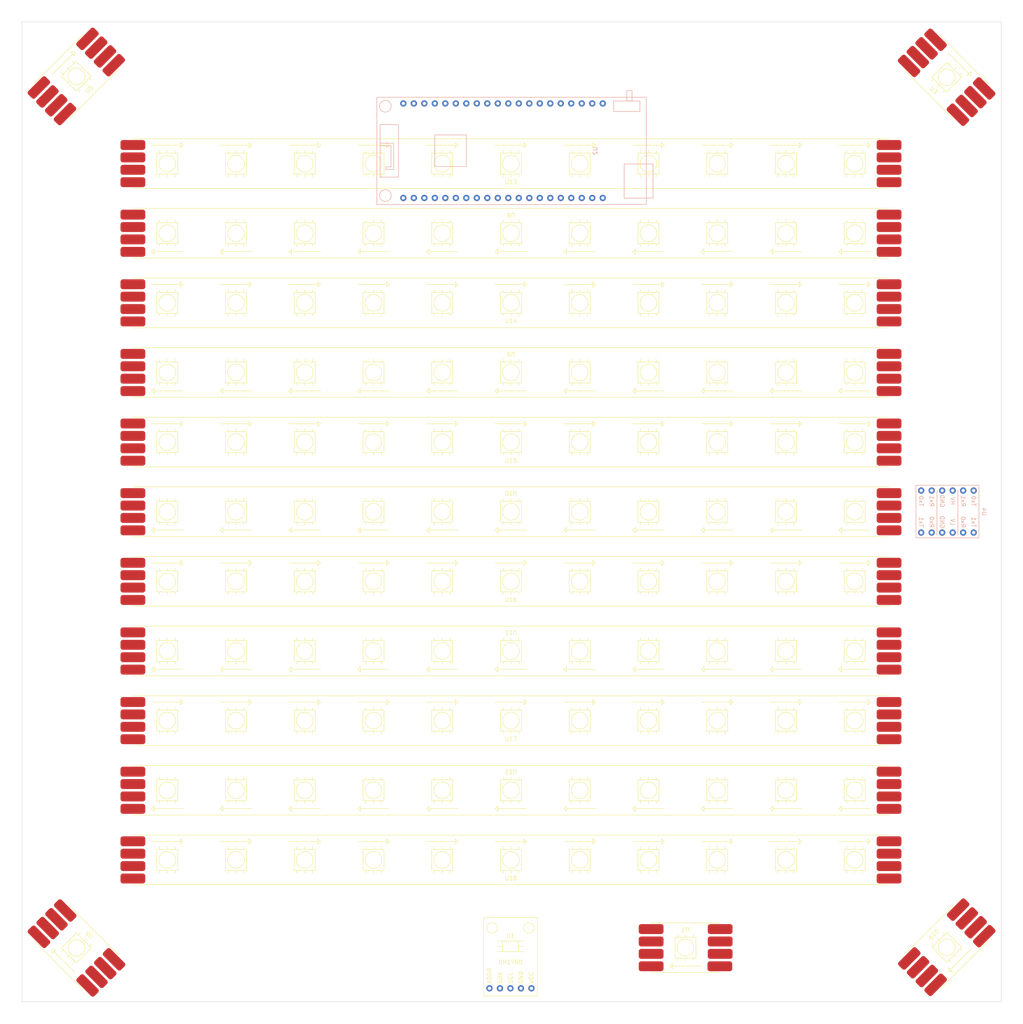
<source format=kicad_pcb>
(kicad_pcb (version 20211014) (generator pcbnew)
  (layers (0 "F.Cu" signal) (31 "B.Cu" signal) (34 "B.Paste" user) (35 "F.Paste" user) (36 "B.SilkS" user "B.Silkscreen") (37 "F.SilkS" user "F.Silkscreen") (38 "B.Mask" user) (39 "F.Mask" user) (44 "Edge.Cuts" user))
  (net 0 "")
  (net 38 "Net-(U3-PadCI)")
  (net 40 "Net-(U3-PadDI)")
  (net 49 "Net-(U5-PadCI)")
  (net 50 "Net-(U5-PadDI)")
  (net 51 "Net-(U6-PadCI)")
  (net 52 "Net-(U6-PadDI)")
  (net 53 "Net-(U19-PadCO)")
  (net 54 "Net-(U19-PadDO)")
  (net 55 "Net-(U18-PadCO)")
  (net 56 "Net-(U18-PadDO)")
  (net 57 "5V")
  (net 58 "GND")
  (net 59 "Net-(U1-PadSCL)")
  (net 60 "Net-(U1-PadSDA)")
  (net 61 "+5V")
  (net 62 "DI")
  (net 63 "CI")
  (net 64 "Net-(U13-PadCO)")
  (net 65 "Net-(U14-PadCI)")
  (net 66 "Net-(U13-PadDO)")
  (net 67 "Net-(U14-PadDI)")
  (net 68 "Net-(U14-PadCO)")
  (net 69 "Net-(U15-PadCI)")
  (net 70 "Net-(U14-PadDO)")
  (net 71 "Net-(U15-PadDI)")
  (net 72 "Net-(U10-PadCI)")
  (net 73 "Net-(U10-PadCO)")
  (net 74 "Net-(U10-PadDI)")
  (net 75 "Net-(U10-PadDO)")
  (net 76 "Net-(U11-PadCI)")
  (net 77 "Net-(U11-PadCO)")
  (net 78 "Net-(U11-PadDI)")
  (net 79 "Net-(U11-PadDO)")
  (net 80 "Net-(U12-PadCI)")
  (net 81 "Net-(U12-PadCO)")
  (net 82 "Net-(U12-PadDI)")
  (net 83 "Net-(U12-PadDO)")
  (footprint "WordClock Footprint Library:BTF-5V-060L-B SK9822 LED Strip - 11 Segment" (layer "F.Cu") (at 160.1886 183.20678 180)
    (fp_text reference "U11" (at 0 4.445 180 unlocked) (layer "F.SilkS"))
    (fp_text value "BTF-5V-060L-B_SK9822_LED_Strip_-_11_LED")
    (pad "5V_1" smd roundrect locked (at -91.5 4.5 180) (size 6 2.4) (layers "F.Cu" "F.Paste" "F.Mask") (net 61 "+5V"))
    (pad "5V_2" smd roundrect locked (at 91.5 4.5 180) (size 6 2.4) (layers "F.Cu" "F.Paste" "F.Mask"))
    (pad "CI" smd roundrect locked (at -91.5 -1.5 180) (size 6 2.4) (layers "F.Cu" "F.Paste" "F.Mask") (net 76 "Net-(U11-PadCI)"))
    (pad "CO" smd roundrect locked (at 91.5 -1.5 180) (size 6 2.4) (layers "F.Cu" "F.Paste" "F.Mask") (net 77 "Net-(U11-PadCO)"))
    (pad "DI" smd roundrect locked (at -91.5 1.5 180) (size 6 2.4) (layers "F.Cu" "F.Paste" "F.Mask") (net 78 "Net-(U11-PadDI)"))
    (pad "DO" smd roundrect locked (at 91.5 1.5 180) (size 6 2.4) (layers "F.Cu" "F.Paste" "F.Mask") (net 79 "Net-(U11-PadDO)"))
    (pad "GND_1" smd roundrect locked (at -91.5 -4.5 180) (size 6 2.4) (layers "F.Cu" "F.Paste" "F.Mask") (net 58 "GND"))
    (pad "GND_2" smd roundrect locked (at 91.5 -4.5 180) (size 6 2.4) (layers "F.Cu" "F.Paste" "F.Mask") (net 58 "GND"))
  )
  (footprint "WordClock Footprint Library:BTF-5V-060L-B SK9822 LED Strip - 1 Segment" (layer "F.Cu") (at 55.0164 255.0414 135)
    (fp_text reference "U6" (at 0 4.445001 135 unlocked) (layer "F.SilkS"))
    (fp_text value "BTF-5V-060L-B_SK9822_LED_Strip_-_1_LED")
    (pad "5V_1" smd roundrect locked (at -8.382 4.5 135) (size 6 2.4) (layers "F.Cu" "F.Paste" "F.Mask") (net 61 "+5V"))
    (pad "5V_2" smd roundrect locked (at 8.318 4.5 135) (size 6 2.4) (layers "F.Cu" "F.Paste" "F.Mask") (net 61 "+5V"))
    (pad "CI" smd roundrect locked (at -8.382 -1.5 135) (size 6 2.4) (layers "F.Cu" "F.Paste" "F.Mask") (net 51 "Net-(U6-PadCI)"))
    (pad "CO" smd roundrect locked (at 8.318 -1.5 135) (size 6 2.4) (layers "F.Cu" "F.Paste" "F.Mask") (net 49 "Net-(U5-PadCI)"))
    (pad "DI" smd roundrect locked (at -8.382 1.5 135) (size 6 2.4) (layers "F.Cu" "F.Paste" "F.Mask") (net 52 "Net-(U6-PadDI)"))
    (pad "DO" smd roundrect locked (at 8.318 1.5 135) (size 6 2.4) (layers "F.Cu" "F.Paste" "F.Mask") (net 50 "Net-(U5-PadDI)"))
    (pad "GND_1" smd roundrect locked (at -8.318 -4.5 135) (size 6 2.4) (layers "F.Cu" "F.Paste" "F.Mask") (net 58 "GND"))
    (pad "GND_2" smd roundrect locked (at 8.318 -4.5 135) (size 6 2.4) (layers "F.Cu" "F.Paste" "F.Mask") (net 58 "GND"))
  )
  (footprint "WordClock Footprint Library:BTF-5V-060L-B SK9822 LED Strip - 1 Segment" (layer "F.Cu") (at 265.640534 44.420495 -45)
    (fp_text reference "U3" (at 0 4.445001 -45 unlocked) (layer "F.SilkS"))
    (fp_text value "BTF-5V-060L-B_SK9822_LED_Strip_-_1_LED")
    (pad "5V_1" smd roundrect locked (at -8.382 4.5 315) (size 6 2.4) (layers "F.Cu" "F.Paste" "F.Mask") (net 61 "+5V"))
    (pad "5V_2" smd roundrect locked (at 8.318 4.5 315) (size 6 2.4) (layers "F.Cu" "F.Paste" "F.Mask") (net 57 "5V"))
    (pad "CI" smd roundrect locked (at -8.382 -1.5 315) (size 6 2.4) (layers "F.Cu" "F.Paste" "F.Mask") (net 38 "Net-(U3-PadCI)"))
    (pad "CO" smd roundrect locked (at 8.318 -1.5 315) (size 6 2.4) (layers "F.Cu" "F.Paste" "F.Mask"))
    (pad "DI" smd roundrect locked (at -8.382 1.5 315) (size 6 2.4) (layers "F.Cu" "F.Paste" "F.Mask") (net 40 "Net-(U3-PadDI)"))
    (pad "DO" smd roundrect locked (at 8.318 1.5 315) (size 6 2.4) (layers "F.Cu" "F.Paste" "F.Mask"))
    (pad "GND_1" smd roundrect locked (at -8.318 -4.5 315) (size 6 2.4) (layers "F.Cu" "F.Paste" "F.Mask") (net 58 "GND"))
    (pad "GND_2" smd roundrect locked (at 8.318 -4.5 315) (size 6 2.4) (layers "F.Cu" "F.Paste" "F.Mask") (net 58 "GND"))
  )
  (footprint "WordClock Footprint Library:BTF-5V-060L-B SK9822 LED Strip - 11 Segment" (layer "F.Cu") (at 160.1886 149.5213 180)
    (fp_text reference "U10" (at 0 4.445 180 unlocked) (layer "F.SilkS"))
    (fp_text value "BTF-5V-060L-B_SK9822_LED_Strip_-_11_LED")
    (pad "5V_1" smd roundrect locked (at -91.5 4.5 180) (size 6 2.4) (layers "F.Cu" "F.Paste" "F.Mask") (net 61 "+5V"))
    (pad "5V_2" smd roundrect locked (at 91.5 4.5 180) (size 6 2.4) (layers "F.Cu" "F.Paste" "F.Mask"))
    (pad "CI" smd roundrect locked (at -91.5 -1.5 180) (size 6 2.4) (layers "F.Cu" "F.Paste" "F.Mask") (net 72 "Net-(U10-PadCI)"))
    (pad "CO" smd roundrect locked (at 91.5 -1.5 180) (size 6 2.4) (layers "F.Cu" "F.Paste" "F.Mask") (net 73 "Net-(U10-PadCO)"))
    (pad "DI" smd roundrect locked (at -91.5 1.5 180) (size 6 2.4) (layers "F.Cu" "F.Paste" "F.Mask") (net 74 "Net-(U10-PadDI)"))
    (pad "DO" smd roundrect locked (at 91.5 1.5 180) (size 6 2.4) (layers "F.Cu" "F.Paste" "F.Mask") (net 75 "Net-(U10-PadDO)"))
    (pad "GND_1" smd roundrect locked (at -91.5 -4.5 180) (size 6 2.4) (layers "F.Cu" "F.Paste" "F.Mask") (net 58 "GND"))
    (pad "GND_2" smd roundrect locked (at 91.5 -4.5 180) (size 6 2.4) (layers "F.Cu" "F.Paste" "F.Mask") (net 58 "GND"))
  )
  (footprint "WordClock Footprint Library:BTF-5V-060L-B SK9822 LED Strip - 1 Segment" (layer "F.Cu") (at 202.4258 254.9694 180)
    (fp_text reference "U7" (at 0 4.445 180 unlocked) (layer "F.SilkS"))
    (fp_text value "BTF-5V-060L-B_SK9822_LED_Strip_-_1_LED")
    (pad "5V_1" smd roundrect locked (at -8.382 4.5 180) (size 6 2.4) (layers "F.Cu" "F.Paste" "F.Mask") (net 61 "+5V"))
    (pad "5V_2" smd roundrect locked (at 8.318 4.5 180) (size 6 2.4) (layers "F.Cu" "F.Paste" "F.Mask") (net 61 "+5V"))
    (pad "CI" smd roundrect locked (at -8.382 -1.5 180) (size 6 2.4) (layers "F.Cu" "F.Paste" "F.Mask") (net 53 "Net-(U19-PadCO)"))
    (pad "CO" smd roundrect locked (at 8.318 -1.5 180) (size 6 2.4) (layers "F.Cu" "F.Paste" "F.Mask") (net 51 "Net-(U6-PadCI)"))
    (pad "DI" smd roundrect locked (at -8.382 1.5 180) (size 6 2.4) (layers "F.Cu" "F.Paste" "F.Mask") (net 54 "Net-(U19-PadDO)"))
    (pad "DO" smd roundrect locked (at 8.318 1.5 180) (size 6 2.4) (layers "F.Cu" "F.Paste" "F.Mask") (net 52 "Net-(U6-PadDI)"))
    (pad "GND_1" smd roundrect locked (at -8.318 -4.5 180) (size 6 2.4) (layers "F.Cu" "F.Paste" "F.Mask") (net 58 "GND"))
    (pad "GND_2" smd roundrect locked (at 8.318 -4.5 180) (size 6 2.4) (layers "F.Cu" "F.Paste" "F.Mask") (net 58 "GND"))
  )
  (footprint "WordClock Footprint Library:BTF-5V-060L-B SK9822 LED Strip - 11 Segment" (layer "F.Cu") (at 160.1886 65.3076)
    (fp_text reference "U13" (at 0 4.445 unlocked) (layer "F.SilkS"))
    (fp_text value "BTF-5V-060L-B_SK9822_LED_Strip_-_11_LED")
    (pad "5V_1" smd roundrect locked (at -91.5 4.5) (size 6 2.4) (layers "F.Cu" "F.Paste" "F.Mask") (net 61 "+5V"))
    (pad "5V_2" smd roundrect locked (at 91.5 4.5) (size 6 2.4) (layers "F.Cu" "F.Paste" "F.Mask"))
    (pad "CI" smd roundrect locked (at -91.5 -1.5) (size 6 2.4) (layers "F.Cu" "F.Paste" "F.Mask") (net 63 "CI"))
    (pad "CO" smd roundrect locked (at 91.5 -1.5) (size 6 2.4) (layers "F.Cu" "F.Paste" "F.Mask") (net 64 "Net-(U13-PadCO)"))
    (pad "DI" smd roundrect locked (at -91.5 1.5) (size 6 2.4) (layers "F.Cu" "F.Paste" "F.Mask") (net 62 "DI"))
    (pad "DO" smd roundrect locked (at 91.5 1.5) (size 6 2.4) (layers "F.Cu" "F.Paste" "F.Mask") (net 66 "Net-(U13-PadDO)"))
    (pad "GND_1" smd roundrect locked (at -91.5 -4.5) (size 6 2.4) (layers "F.Cu" "F.Paste" "F.Mask") (net 58 "GND"))
    (pad "GND_2" smd roundrect locked (at 91.5 -4.5) (size 6 2.4) (layers "F.Cu" "F.Paste" "F.Mask") (net 58 "GND"))
  )
  (footprint "WordClock Footprint Library:BTF-5V-060L-B SK9822 LED Strip - 1 Segment" (layer "F.Cu") (at 54.995105 44.203334 45)
    (fp_text reference "U5" (at 0 4.445001 45 unlocked) (layer "F.SilkS"))
    (fp_text value "BTF-5V-060L-B_SK9822_LED_Strip_-_1_LED")
    (pad "5V_1" smd roundrect locked (at -8.382 4.5 45) (size 6 2.4) (layers "F.Cu" "F.Paste" "F.Mask") (net 61 "+5V"))
    (pad "5V_2" smd roundrect locked (at 8.318 4.5 45) (size 6 2.4) (layers "F.Cu" "F.Paste" "F.Mask") (net 61 "+5V"))
    (pad "CI" smd roundrect locked (at -8.382 -1.5 45) (size 6 2.4) (layers "F.Cu" "F.Paste" "F.Mask") (net 49 "Net-(U5-PadCI)"))
    (pad "CO" smd roundrect locked (at 8.318 -1.5 45) (size 6 2.4) (layers "F.Cu" "F.Paste" "F.Mask") (net 38 "Net-(U3-PadCI)"))
    (pad "DI" smd roundrect locked (at -8.382 1.5 45) (size 6 2.4) (layers "F.Cu" "F.Paste" "F.Mask") (net 50 "Net-(U5-PadDI)"))
    (pad "DO" smd roundrect locked (at 8.318 1.5 45) (size 6 2.4) (layers "F.Cu" "F.Paste" "F.Mask") (net 40 "Net-(U3-PadDI)"))
    (pad "GND_1" smd roundrect locked (at -8.318 -4.5 45) (size 6 2.4) (layers "F.Cu" "F.Paste" "F.Mask") (net 58 "GND"))
    (pad "GND_2" smd roundrect locked (at 8.318 -4.5 45) (size 6 2.4) (layers "F.Cu" "F.Paste" "F.Mask") (net 58 "GND"))
  )
  (footprint "WordClock Footprint Library:BH1750 Breakout Board" (layer "F.Cu") (at 160.058654 257.18123)
    (fp_text reference "U1" (at 0 -5.08 unlocked) (layer "F.SilkS"))
    (fp_text value "BH1750" (at 0 1.27 unlocked) (layer "F.SilkS"))
    (fp_text user "VCC" (at 5.08 5.08 90 unlocked) (layer "F.SilkS"))
    (fp_text user "SDA" (at -2.54 5.103809 90 unlocked) (layer "F.SilkS"))
    (fp_text user "ADDR" (at -5.08 4.58 90 unlocked) (layer "F.SilkS"))
    (fp_text user "SCL" (at 0 5.127619 90 unlocked) (layer "F.SilkS"))
    (fp_text user "GND" (at 2.54 4.984762 90 unlocked) (layer "F.SilkS"))
    (pad "ADDR" thru_hole circle (at -5.08 7.62) (size 1.524 1.524) (drill 0.762) (layers *.Cu *.Mask) (net 58 "GND"))
    (pad "GND" thru_hole circle (at 2.54 7.62) (size 1.524 1.524) (drill 0.762) (layers *.Cu *.Mask) (net 58 "GND"))
    (pad "SCL" thru_hole circle (at 0 7.62) (size 1.524 1.524) (drill 0.762) (layers *.Cu *.Mask) (net 59 "Net-(U1-PadSCL)"))
    (pad "SDA" thru_hole circle (at -2.54 7.62) (size 1.524 1.524) (drill 0.762) (layers *.Cu *.Mask) (net 60 "Net-(U1-PadSDA)"))
    (pad "VCC" thru_hole circle (at 5.08 7.62) (size 1.524 1.524) (drill 0.762) (layers *.Cu *.Mask))
  )
  (footprint "WordClock Footprint Library:BTF-5V-060L-B SK9822 LED Strip - 11 Segment" (layer "F.Cu") (at 160.1886 132.67856)
    (fp_text reference "U15" (at 0 4.445 unlocked) (layer "F.SilkS"))
    (fp_text value "BTF-5V-060L-B_SK9822_LED_Strip_-_11_LED")
    (pad "5V_1" smd roundrect locked (at -91.5 4.5) (size 6 2.4) (layers "F.Cu" "F.Paste" "F.Mask") (net 61 "+5V"))
    (pad "5V_2" smd roundrect locked (at 91.5 4.5) (size 6 2.4) (layers "F.Cu" "F.Paste" "F.Mask"))
    (pad "CI" smd roundrect locked (at -91.5 -1.5) (size 6 2.4) (layers "F.Cu" "F.Paste" "F.Mask") (net 69 "Net-(U15-PadCI)"))
    (pad "CO" smd roundrect locked (at 91.5 -1.5) (size 6 2.4) (layers "F.Cu" "F.Paste" "F.Mask") (net 72 "Net-(U10-PadCI)"))
    (pad "DI" smd roundrect locked (at -91.5 1.5) (size 6 2.4) (layers "F.Cu" "F.Paste" "F.Mask") (net 71 "Net-(U15-PadDI)"))
    (pad "DO" smd roundrect locked (at 91.5 1.5) (size 6 2.4) (layers "F.Cu" "F.Paste" "F.Mask") (net 74 "Net-(U10-PadDI)"))
    (pad "GND_1" smd roundrect locked (at -91.5 -4.5) (size 6 2.4) (layers "F.Cu" "F.Paste" "F.Mask") (net 58 "GND"))
    (pad "GND_2" smd roundrect locked (at 91.5 -4.5) (size 6 2.4) (layers "F.Cu" "F.Paste" "F.Mask") (net 58 "GND"))
  )
  (footprint "WordClock Footprint Library:BTF-5V-060L-B SK9822 LED Strip - 11 Segment" (layer "F.Cu") (at 160.1886 98.99308)
    (fp_text reference "U14" (at 0 4.445 unlocked) (layer "F.SilkS"))
    (fp_text value "BTF-5V-060L-B_SK9822_LED_Strip_-_11_LED")
    (pad "5V_1" smd roundrect locked (at -91.5 4.5) (size 6 2.4) (layers "F.Cu" "F.Paste" "F.Mask") (net 61 "+5V"))
    (pad "5V_2" smd roundrect locked (at 91.5 4.5) (size 6 2.4) (layers "F.Cu" "F.Paste" "F.Mask"))
    (pad "CI" smd roundrect locked (at -91.5 -1.5) (size 6 2.4) (layers "F.Cu" "F.Paste" "F.Mask") (net 65 "Net-(U14-PadCI)"))
    (pad "CO" smd roundrect locked (at 91.5 -1.5) (size 6 2.4) (layers "F.Cu" "F.Paste" "F.Mask") (net 68 "Net-(U14-PadCO)"))
    (pad "DI" smd roundrect locked (at -91.5 1.5) (size 6 2.4) (layers "F.Cu" "F.Paste" "F.Mask") (net 67 "Net-(U14-PadDI)"))
    (pad "DO" smd roundrect locked (at 91.5 1.5) (size 6 2.4) (layers "F.Cu" "F.Paste" "F.Mask") (net 70 "Net-(U14-PadDO)"))
    (pad "GND_1" smd roundrect locked (at -91.5 -4.5) (size 6 2.4) (layers "F.Cu" "F.Paste" "F.Mask") (net 58 "GND"))
    (pad "GND_2" smd roundrect locked (at 91.5 -4.5) (size 6 2.4) (layers "F.Cu" "F.Paste" "F.Mask") (net 58 "GND"))
  )
  (footprint "WordClock Footprint Library:BTF-5V-060L-B SK9822 LED Strip - 11 Segment" (layer "F.Cu") (at 160.1886 200.04952)
    (fp_text reference "U17" (at 0 4.445 unlocked) (layer "F.SilkS"))
    (fp_text value "BTF-5V-060L-B_SK9822_LED_Strip_-_11_LED")
    (pad "5V_1" smd roundrect locked (at -91.5 4.5) (size 6 2.4) (layers "F.Cu" "F.Paste" "F.Mask") (net 61 "+5V"))
    (pad "5V_2" smd roundrect locked (at 91.5 4.5) (size 6 2.4) (layers "F.Cu" "F.Paste" "F.Mask"))
    (pad "CI" smd roundrect locked (at -91.5 -1.5) (size 6 2.4) (layers "F.Cu" "F.Paste" "F.Mask") (net 77 "Net-(U11-PadCO)"))
    (pad "CO" smd roundrect locked (at 91.5 -1.5) (size 6 2.4) (layers "F.Cu" "F.Paste" "F.Mask") (net 80 "Net-(U12-PadCI)"))
    (pad "DI" smd roundrect locked (at -91.5 1.5) (size 6 2.4) (layers "F.Cu" "F.Paste" "F.Mask") (net 79 "Net-(U11-PadDO)"))
    (pad "DO" smd roundrect locked (at 91.5 1.5) (size 6 2.4) (layers "F.Cu" "F.Paste" "F.Mask") (net 82 "Net-(U12-PadDI)"))
    (pad "GND_1" smd roundrect locked (at -91.5 -4.5) (size 6 2.4) (layers "F.Cu" "F.Paste" "F.Mask") (net 58 "GND"))
    (pad "GND_2" smd roundrect locked (at 91.5 -4.5) (size 6 2.4) (layers "F.Cu" "F.Paste" "F.Mask") (net 58 "GND"))
  )
  (footprint "WordClock Footprint Library:BTF-5V-060L-B SK9822 LED Strip - 11 Segment" (layer "F.Cu") (at 160.1886 82.15034 180)
    (fp_text reference "U8" (at 0 4.445 180 unlocked) (layer "F.SilkS"))
    (fp_text value "BTF-5V-060L-B_SK9822_LED_Strip_-_11_LED")
    (pad "5V_1" smd roundrect locked (at -91.5 4.5 180) (size 6 2.4) (layers "F.Cu" "F.Paste" "F.Mask") (net 61 "+5V"))
    (pad "5V_2" smd roundrect locked (at 91.5 4.5 180) (size 6 2.4) (layers "F.Cu" "F.Paste" "F.Mask"))
    (pad "CI" smd roundrect locked (at -91.5 -1.5 180) (size 6 2.4) (layers "F.Cu" "F.Paste" "F.Mask") (net 64 "Net-(U13-PadCO)"))
    (pad "CO" smd roundrect locked (at 91.5 -1.5 180) (size 6 2.4) (layers "F.Cu" "F.Paste" "F.Mask") (net 65 "Net-(U14-PadCI)"))
    (pad "DI" smd roundrect locked (at -91.5 1.5 180) (size 6 2.4) (layers "F.Cu" "F.Paste" "F.Mask") (net 66 "Net-(U13-PadDO)"))
    (pad "DO" smd roundrect locked (at 91.5 1.5 180) (size 6 2.4) (layers "F.Cu" "F.Paste" "F.Mask") (net 67 "Net-(U14-PadDI)"))
    (pad "GND_1" smd roundrect locked (at -91.5 -4.5 180) (size 6 2.4) (layers "F.Cu" "F.Paste" "F.Mask") (net 58 "GND"))
    (pad "GND_2" smd roundrect locked (at 91.5 -4.5 180) (size 6 2.4) (layers "F.Cu" "F.Paste" "F.Mask") (net 58 "GND"))
  )
  (footprint "WordClock Footprint Library:BTF-5V-060L-B SK9822 LED Strip - 11 Segment" (layer "F.Cu") (at 160.1886 216.89226 180)
    (fp_text reference "U12" (at 0 4.445 180 unlocked) (layer "F.SilkS"))
    (fp_text value "BTF-5V-060L-B_SK9822_LED_Strip_-_11_LED")
    (pad "5V_1" smd roundrect locked (at -91.5 4.5 180) (size 6 2.4) (layers "F.Cu" "F.Paste" "F.Mask") (net 61 "+5V"))
    (pad "5V_2" smd roundrect locked (at 91.5 4.5 180) (size 6 2.4) (layers "F.Cu" "F.Paste" "F.Mask"))
    (pad "CI" smd roundrect locked (at -91.5 -1.5 180) (size 6 2.4) (layers "F.Cu" "F.Paste" "F.Mask") (net 80 "Net-(U12-PadCI)"))
    (pad "CO" smd roundrect locked (at 91.5 -1.5 180) (size 6 2.4) (layers "F.Cu" "F.Paste" "F.Mask") (net 81 "Net-(U12-PadCO)"))
    (pad "DI" smd roundrect locked (at -91.5 1.5 180) (size 6 2.4) (layers "F.Cu" "F.Paste" "F.Mask") (net 82 "Net-(U12-PadDI)"))
    (pad "DO" smd roundrect locked (at 91.5 1.5 180) (size 6 2.4) (layers "F.Cu" "F.Paste" "F.Mask") (net 83 "Net-(U12-PadDO)"))
    (pad "GND_1" smd roundrect locked (at -91.5 -4.5 180) (size 6 2.4) (layers "F.Cu" "F.Paste" "F.Mask") (net 58 "GND"))
    (pad "GND_2" smd roundrect locked (at 91.5 -4.5 180) (size 6 2.4) (layers "F.Cu" "F.Paste" "F.Mask") (net 58 "GND"))
  )
  (footprint "WordClock Footprint Library:BTF-5V-060L-B SK9822 LED Strip - 11 Segment" (layer "F.Cu") (at 160.1886 115.83582 180)
    (fp_text reference "U9" (at 0 4.445 180 unlocked) (layer "F.SilkS"))
    (fp_text value "BTF-5V-060L-B_SK9822_LED_Strip_-_11_LED")
    (pad "5V_1" smd roundrect locked (at -91.5 4.5 180) (size 6 2.4) (layers "F.Cu" "F.Paste" "F.Mask") (net 61 "+5V"))
    (pad "5V_2" smd roundrect locked (at 91.5 4.5 180) (size 6 2.4) (layers "F.Cu" "F.Paste" "F.Mask"))
    (pad "CI" smd roundrect locked (at -91.5 -1.5 180) (size 6 2.4) (layers "F.Cu" "F.Paste" "F.Mask") (net 68 "Net-(U14-PadCO)"))
    (pad "CO" smd roundrect locked (at 91.5 -1.5 180) (size 6 2.4) (layers "F.Cu" "F.Paste" "F.Mask") (net 69 "Net-(U15-PadCI)"))
    (pad "DI" smd roundrect locked (at -91.5 1.5 180) (size 6 2.4) (layers "F.Cu" "F.Paste" "F.Mask") (net 70 "Net-(U14-PadDO)"))
    (pad "DO" smd roundrect locked (at 91.5 1.5 180) (size 6 2.4) (layers "F.Cu" "F.Paste" "F.Mask") (net 71 "Net-(U15-PadDI)"))
    (pad "GND_1" smd roundrect locked (at -91.5 -4.5 180) (size 6 2.4) (layers "F.Cu" "F.Paste" "F.Mask") (net 58 "GND"))
    (pad "GND_2" smd roundrect locked (at 91.5 -4.5 180) (size 6 2.4) (layers "F.Cu" "F.Paste" "F.Mask") (net 58 "GND"))
  )
  (footprint "WordClock Footprint Library:BTF-5V-060L-B SK9822 LED Strip - 11 Segment" (layer "F.Cu") (at 160.1886 233.735)
    (fp_text reference "U18" (at 0 4.445 unlocked) (layer "F.SilkS"))
    (fp_text value "BTF-5V-060L-B_SK9822_LED_Strip_-_11_LED")
    (pad "5V_1" smd roundrect locked (at -91.5 4.5) (size 6 2.4) (layers "F.Cu" "F.Paste" "F.Mask") (net 61 "+5V"))
    (pad "5V_2" smd roundrect locked (at 91.5 4.5) (size 6 2.4) (layers "F.Cu" "F.Paste" "F.Mask"))
    (pad "CI" smd roundrect locked (at -91.5 -1.5) (size 6 2.4) (layers "F.Cu" "F.Paste" "F.Mask") (net 81 "Net-(U12-PadCO)"))
    (pad "CO" smd roundrect locked (at 91.5 -1.5) (size 6 2.4) (layers "F.Cu" "F.Paste" "F.Mask") (net 55 "Net-(U18-PadCO)"))
    (pad "DI" smd roundrect locked (at -91.5 1.5) (size 6 2.4) (layers "F.Cu" "F.Paste" "F.Mask") (net 83 "Net-(U12-PadDO)"))
    (pad "DO" smd roundrect locked (at 91.5 1.5) (size 6 2.4) (layers "F.Cu" "F.Paste" "F.Mask") (net 56 "Net-(U18-PadDO)"))
    (pad "GND_1" smd roundrect locked (at -91.5 -4.5) (size 6 2.4) (layers "F.Cu" "F.Paste" "F.Mask") (net 58 "GND"))
    (pad "GND_2" smd roundrect locked (at 91.5 -4.5) (size 6 2.4) (layers "F.Cu" "F.Paste" "F.Mask") (net 58 "GND"))
  )
  (footprint "WordClock Footprint Library:BTF-5V-060L-B SK9822 LED Strip - 11 Segment" (layer "F.Cu") (at 160.1886 166.36404)
    (fp_text reference "U16" (at 0 4.445 unlocked) (layer "F.SilkS"))
    (fp_text value "BTF-5V-060L-B_SK9822_LED_Strip_-_11_LED")
    (pad "5V_1" smd roundrect locked (at -91.5 4.5) (size 6 2.4) (layers "F.Cu" "F.Paste" "F.Mask") (net 61 "+5V"))
    (pad "5V_2" smd roundrect locked (at 91.5 4.5) (size 6 2.4) (layers "F.Cu" "F.Paste" "F.Mask"))
    (pad "CI" smd roundrect locked (at -91.5 -1.5) (size 6 2.4) (layers "F.Cu" "F.Paste" "F.Mask") (net 73 "Net-(U10-PadCO)"))
    (pad "CO" smd roundrect locked (at 91.5 -1.5) (size 6 2.4) (layers "F.Cu" "F.Paste" "F.Mask") (net 76 "Net-(U11-PadCI)"))
    (pad "DI" smd roundrect locked (at -91.5 1.5) (size 6 2.4) (layers "F.Cu" "F.Paste" "F.Mask") (net 75 "Net-(U10-PadDO)"))
    (pad "DO" smd roundrect locked (at 91.5 1.5) (size 6 2.4) (layers "F.Cu" "F.Paste" "F.Mask") (net 78 "Net-(U11-PadDI)"))
    (pad "GND_1" smd roundrect locked (at -91.5 -4.5) (size 6 2.4) (layers "F.Cu" "F.Paste" "F.Mask") (net 58 "GND"))
    (pad "GND_2" smd roundrect locked (at 91.5 -4.5) (size 6 2.4) (layers "F.Cu" "F.Paste" "F.Mask") (net 58 "GND"))
  )
  (footprint "WordClock Footprint Library:BTF-5V-060L-B SK9822 LED Strip - 1 Segment" (layer "F.Cu") (at 265.656811 254.87935 -135)
    (fp_text reference "U19" (at 0 4.445001 -135 unlocked) (layer "F.SilkS"))
    (fp_text value "BTF-5V-060L-B_SK9822_LED_Strip_-_1_LED")
    (pad "5V_1" smd roundrect locked (at -8.382 4.5 225) (size 6 2.4) (layers "F.Cu" "F.Paste" "F.Mask") (net 61 "+5V"))
    (pad "5V_2" smd roundrect locked (at 8.318 4.5 225) (size 6 2.4) (layers "F.Cu" "F.Paste" "F.Mask") (net 61 "+5V"))
    (pad "CI" smd roundrect locked (at -8.382 -1.5 225) (size 6 2.4) (layers "F.Cu" "F.Paste" "F.Mask") (net 55 "Net-(U18-PadCO)"))
    (pad "CO" smd roundrect locked (at 8.318 -1.5 225) (size 6 2.4) (layers "F.Cu" "F.Paste" "F.Mask") (net 53 "Net-(U19-PadCO)"))
    (pad "DI" smd roundrect locked (at -8.382 1.5 225) (size 6 2.4) (layers "F.Cu" "F.Paste" "F.Mask") (net 56 "Net-(U18-PadDO)"))
    (pad "DO" smd roundrect locked (at 8.318 1.5 225) (size 6 2.4) (layers "F.Cu" "F.Paste" "F.Mask") (net 54 "Net-(U19-PadDO)"))
    (pad "GND_1" smd roundrect locked (at -8.318 -4.5 225) (size 6 2.4) (layers "F.Cu" "F.Paste" "F.Mask") (net 58 "GND"))
    (pad "GND_2" smd roundrect locked (at 8.318 -4.5 225) (size 6 2.4) (layers "F.Cu" "F.Paste" "F.Mask") (net 58 "GND"))
  )
  (footprint "WordClock Footprint Library:LevelShifter" (layer "B.Cu") (at 265.811 149.479 90)
    (fp_text reference "U4" (at 0 8.89 270 unlocked) (layer "B.SilkS") (effects (justify mirror)))
    (fp_text value "LevelShifter")
    (fp_text user "Tx1" (at -2.54 6.35 270 unlocked) (layer "B.SilkS") (effects (justify mirror)))
    (fp_text user "Rx1" (at 2.54 -3.81 270 unlocked) (layer "B.SilkS") (effects (justify mirror)))
    (fp_text user "Rx0" (at -2.54 3.81 270 unlocked) (layer "B.SilkS") (effects (justify mirror)))
    (fp_text user "GND" (at 2.54 -1.27 270 unlocked) (layer "B.SilkS") (effects (justify mirror)))
    (fp_text user "GND" (at -2.54 -1.27 270 unlocked) (layer "B.SilkS") (effects (justify mirror)))
    (fp_text user "LV" (at -2.54 1.27 270 unlocked) (layer "B.SilkS") (effects (justify mirror)))
    (fp_text user "Tx0" (at 2.54 6.35 270 unlocked) (layer "B.SilkS") (effects (justify mirror)))
    (fp_text user "Tx0" (at 2.54 -6.35 270 unlocked) (layer "B.SilkS") (effects (justify mirror)))
    (fp_text user "Rx1" (at 2.54 3.81 270 unlocked) (layer "B.SilkS") (effects (justify mirror)))
    (fp_text user "Rx0" (at -2.54 -3.81 270 unlocked) (layer "B.SilkS") (effects (justify mirror)))
    (fp_text user "HV" (at 2.54 1.27 270 unlocked) (layer "B.SilkS") (effects (justify mirror)))
    (fp_text user "Tx1" (at -2.54 -6.35 270 unlocked) (layer "B.SilkS") (effects (justify mirror)))
    (pad "1" thru_hole circle (at 5.08 6.35 90) (size 1.524 1.524) (drill 0.762) (layers *.Cu *.Mask))
    (pad "2" thru_hole circle (at 5.08 3.81 90) (size 1.524 1.524) (drill 0.762) (layers *.Cu *.Mask))
    (pad "3" thru_hole circle (at 5.08 1.27 90) (size 1.524 1.524) (drill 0.762) (layers *.Cu *.Mask) (net 61 "+5V"))
    (pad "4" thru_hole circle (at 5.08 -1.27 90) (size 1.524 1.524) (drill 0.762) (layers *.Cu *.Mask) (net 58 "GND"))
    (pad "5" thru_hole circle (at 5.08 -3.81 90) (size 1.524 1.524) (drill 0.762) (layers *.Cu *.Mask) (net 62 "DI"))
    (pad "6" thru_hole circle (at 5.08 -6.35 90) (size 1.524 1.524) (drill 0.762) (layers *.Cu *.Mask) (net 63 "CI"))
    (pad "7" thru_hole circle (at -5.08 -6.35 90) (size 1.524 1.524) (drill 0.762) (layers *.Cu *.Mask))
    (pad "8" thru_hole circle (at -5.08 -3.81 90) (size 1.524 1.524) (drill 0.762) (layers *.Cu *.Mask))
    (pad "9" thru_hole circle (at -5.08 -1.27 90) (size 1.524 1.524) (drill 0.762) (layers *.Cu *.Mask) (net 58 "GND"))
    (pad "10" thru_hole circle (at -5.08 1.27 90) (size 1.524 1.524) (drill 0.762) (layers *.Cu *.Mask))
    (pad "11" thru_hole circle (at -5.08 3.81 90) (size 1.524 1.524) (drill 0.762) (layers *.Cu *.Mask))
    (pad "12" thru_hole circle (at -5.08 6.35 90) (size 1.524 1.524) (drill 0.762) (layers *.Cu *.Mask))
  )
  (footprint "WordClock Footprint Library:LILYGO® TTGO T8 ESP32-S2 V1.1" (layer "B.Cu") (at 160.274 62.23 -90)
    (fp_text reference "U2" (at 0 -20.32 90 unlocked) (layer "B.SilkS") (effects (justify mirror)))
    (fp_text value "LILYGO(R)_TTGO_T8_ESP32-S2_V1.1")
    (pad "1" thru_hole circle (at 11.39 26.1325 270) (size 1.524 1.524) (drill 0.762) (layers *.Cu *.Mask))
    (pad "2" thru_hole circle (at 11.39 23.5925 270) (size 1.524 1.524) (drill 0.762) (layers *.Cu *.Mask))
    (pad "3" thru_hole circle (at 11.39 21.0525 270) (size 1.524 1.524) (drill 0.762) (layers *.Cu *.Mask))
    (pad "4" thru_hole circle (at 11.39 18.5125 270) (size 1.524 1.524) (drill 0.762) (layers *.Cu *.Mask))
    (pad "5" thru_hole circle (at 11.39 15.9725 270) (size 1.524 1.524) (drill 0.762) (layers *.Cu *.Mask))
    (pad "6" thru_hole circle (at 11.39 13.4325 270) (size 1.524 1.524) (drill 0.762) (layers *.Cu *.Mask))
    (pad "7" thru_hole circle (at 11.39 10.8925 270) (size 1.524 1.524) (drill 0.762) (layers *.Cu *.Mask))
    (pad "8" thru_hole circle (at 11.39 8.3525 270) (size 1.524 1.524) (drill 0.762) (layers *.Cu *.Mask))
    (pad "9" thru_hole circle (at 11.39 5.8125 270) (size 1.524 1.524) (drill 0.762) (layers *.Cu *.Mask))
    (pad "10" thru_hole circle (at 11.39 3.2725 270) (size 1.524 1.524) (drill 0.762) (layers *.Cu *.Mask))
    (pad "11" thru_hole circle (at 11.39 0.7325 270) (size 1.524 1.524) (drill 0.762) (layers *.Cu *.Mask))
    (pad "12" thru_hole circle (at 11.39 -1.8075 270) (size 1.524 1.524) (drill 0.762) (layers *.Cu *.Mask))
    (pad "13" thru_hole circle (at 11.39 -4.3475 270) (size 1.524 1.524) (drill 0.762) (layers *.Cu *.Mask))
    (pad "14" thru_hole circle (at 11.39 -6.8875 270) (size 1.524 1.524) (drill 0.762) (layers *.Cu *.Mask))
    (pad "15" thru_hole circle (at 11.39 -9.4275 270) (size 1.524 1.524) (drill 0.762) (layers *.Cu *.Mask))
    (pad "16" thru_hole circle (at 11.39 -11.9675 270) (size 1.524 1.524) (drill 0.762) (layers *.Cu *.Mask))
    (pad "17" thru_hole circle (at 11.39 -14.5075 270) (size 1.524 1.524) (drill 0.762) (layers *.Cu *.Mask))
    (pad "18" thru_hole circle (at 11.39 -17.0475 270) (size 1.524 1.524) (drill 0.762) (layers *.Cu *.Mask))
    (pad "19" thru_hole circle (at 11.39 -19.5875 270) (size 1.524 1.524) (drill 0.762) (layers *.Cu *.Mask))
    (pad "20" thru_hole circle (at 11.39 -22.1275 270) (size 1.524 1.524) (drill 0.762) (layers *.Cu *.Mask))
    (pad "21" thru_hole circle (at -11.47 26.1325 270) (size 1.524 1.524) (drill 0.762) (layers *.Cu *.Mask) (net 61 "+5V"))
    (pad "22" thru_hole circle (at -11.47 23.5925 270) (size 1.524 1.524) (drill 0.762) (layers *.Cu *.Mask) (net 61 "+5V"))
    (pad "23" thru_hole circle (at -11.47 21.0525 270) (size 1.524 1.524) (drill 0.762) (layers *.Cu *.Mask) (net 58 "GND"))
    (pad "24" thru_hole circle (at -11.47 18.5125 270) (size 1.524 1.524) (drill 0.762) (layers *.Cu *.Mask) (net 58 "GND"))
    (pad "25" thru_hole circle (at -11.47 15.9725 270) (size 1.524 1.524) (drill 0.762) (layers *.Cu *.Mask))
    (pad "26" thru_hole circle (at -11.47 13.4325 270) (size 1.524 1.524) (drill 0.762) (layers *.Cu *.Mask))
    (pad "27" thru_hole circle (at -11.47 10.8925 270) (size 1.524 1.524) (drill 0.762) (layers *.Cu *.Mask))
    (pad "28" thru_hole circle (at -11.47 8.3525 270) (size 1.524 1.524) (drill 0.762) (layers *.Cu *.Mask))
    (pad "29" thru_hole circle (at -11.47 5.8125 270) (size 1.524 1.524) (drill 0.762) (layers *.Cu *.Mask))
    (pad "30" thru_hole circle (at -11.47 3.2725 270) (size 1.524 1.524) (drill 0.762) (layers *.Cu *.Mask))
    (pad "31" thru_hole circle (at -11.47 0.7325 270) (size 1.524 1.524) (drill 0.762) (layers *.Cu *.Mask))
    (pad "32" thru_hole circle (at -11.47 -1.8075 270) (size 1.524 1.524) (drill 0.762) (layers *.Cu *.Mask))
    (pad "33" thru_hole circle (at -11.47 -4.3475 270) (size 1.524 1.524) (drill 0.762) (layers *.Cu *.Mask))
    (pad "34" thru_hole circle (at -11.47 -6.8875 270) (size 1.524 1.524) (drill 0.762) (layers *.Cu *.Mask))
    (pad "35" thru_hole circle (at -11.47 -9.4275 270) (size 1.524 1.524) (drill 0.762) (layers *.Cu *.Mask))
    (pad "36" thru_hole circle (at -11.47 -11.9675 270) (size 1.524 1.524) (drill 0.762) (layers *.Cu *.Mask))
    (pad "37" thru_hole circle (at -11.47 -14.5075 270) (size 1.524 1.524) (drill 0.762) (layers *.Cu *.Mask))
    (pad "38" thru_hole circle (at -11.47 -17.0475 270) (size 1.524 1.524) (drill 0.762) (layers *.Cu *.Mask))
    (pad "39" thru_hole circle (at -11.47 -19.5875 270) (size 1.524 1.524) (drill 0.762) (layers *.Cu *.Mask))
    (pad "40" thru_hole circle (at -11.47 -22.1275 270) (size 1.524 1.524) (drill 0.762) (layers *.Cu *.Mask))
  )
  (gr_poly (pts (xy 41.837005 31.032291) (xy 278.837005 31.032291) (xy 278.837005 268.032276) (xy 41.837005 268.032276) (xy 41.837005 31.032291)) (layer "Edge.Cuts") (width 0.1) (fill none))
)
</source>
